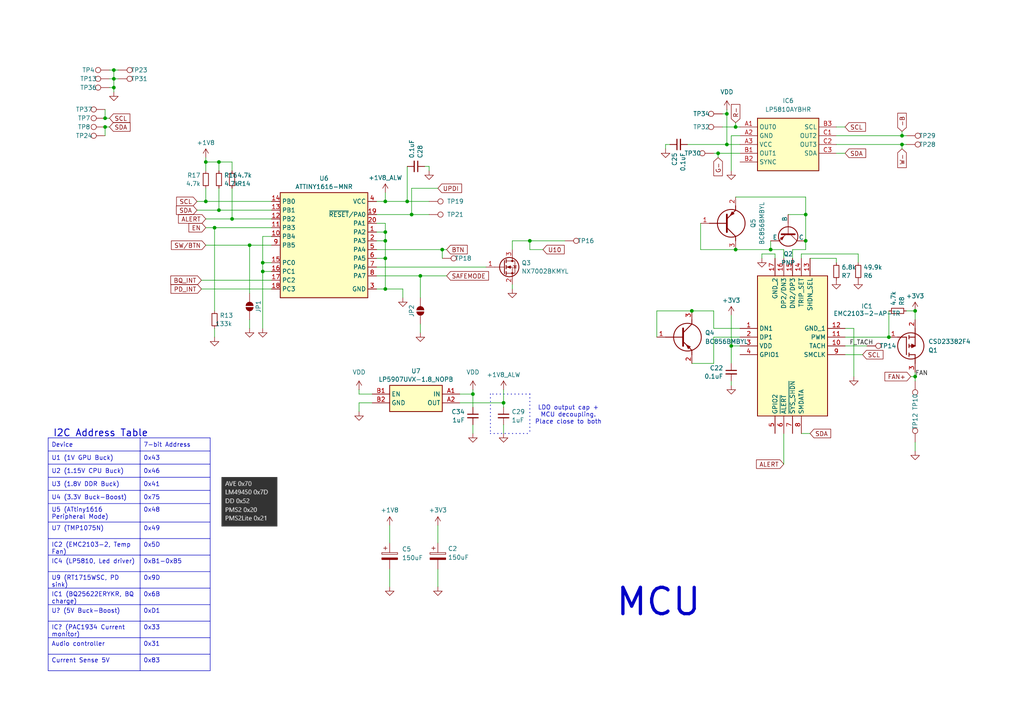
<source format=kicad_sch>
(kicad_sch (version 20250114) (generator "eeschema") (generator_version "9.0")
  (paper "A4")
  (lib_symbols
    (symbol "Connector:TestPoint" (pin_numbers (hide yes)) (pin_names (offset 0.762) (hide yes))
      (property "Reference" "TP" (at 0 6.858 0))
      (property "Value" "TestPoint" (at 0 5.08 0))
      (symbol "TestPoint_1_1"
        (pin passive line (at 0 0 90) (length 2.54) (name "1") (number "1"))
      )
    )
    (symbol "Device:C_Polarized" (pin_numbers (hide yes)) (pin_names (offset 0.254))
      (property "Reference" "C" (at 0.635 2.54 0))
      (property "Value" "C_Polarized" (at 0.635 -2.54 0))
      (symbol "C_Polarized_1_1"
        (pin passive line (at 0 3.81 270) (length 2.794) (name "~") (number "1"))
        (pin passive line (at 0 -3.81 90) (length 2.794) (name "~") (number "2"))
      )
    )
    (symbol "Device:C_Small" (pin_numbers (hide yes)) (pin_names (offset 0.254) (hide yes))
      (property "Reference" "C" (at 0.254 1.778 0))
      (property "Value" "C_Small" (at 0.254 -2.032 0))
      (symbol "C_Small_1_1"
        (pin passive line (at 0 2.54 270) (length 2.032) (name "~") (number "1"))
        (pin passive line (at 0 -2.54 90) (length 2.032) (name "~") (number "2"))
      )
    )
    (symbol "Device:R_Small" (pin_numbers (hide yes)) (pin_names (offset 0.254) (hide yes))
      (property "Reference" "R" (at 0.762 0.508 0))
      (property "Value" "R_Small" (at 0.762 -1.016 0))
      (symbol "R_Small_1_1"
        (pin passive line (at 0 2.54 270) (length 0.762) (name "~") (number "1"))
        (pin passive line (at 0 -2.54 90) (length 0.762) (name "~") (number "2"))
      )
    )
    (symbol "Jumper:SolderJumper_2_Open" (pin_numbers (hide yes)) (pin_names (offset 0) (hide yes)) (exclude_from_sim yes) (in_bom no)
      (property "Reference" "JP" (at 0 2.032 0))
      (property "Value" "SolderJumper_2_Open" (at 0 -2.54 0))
      (symbol "SolderJumper_2_Open_1_1"
        (pin passive line (at -3.81 0 0) (length 2.54) (name "A") (number "1"))
        (pin passive line (at 3.81 0 180) (length 2.54) (name "B") (number "2"))
      )
    )
    (symbol "MCU_Microchip_ATtiny:ATtiny1616-M"
      (property "Reference" "U2" (at -12.7 11.43 0))
      (property "Value" "ATtiny1616-M" (at -1.27 11.43 0))
      (symbol "ATtiny1616-M_1_1"
        (pin bidirectional line (at -15.24 7.62 0) (length 2.54) (name "PB0") (number "14"))
        (pin bidirectional line (at -15.24 5.08 0) (length 2.54) (name "PB1") (number "13"))
        (pin bidirectional line (at -15.24 2.54 0) (length 2.54) (name "PB2") (number "12"))
        (pin bidirectional line (at -15.24 0 0) (length 2.54) (name "PB3") (number "11"))
        (pin bidirectional line (at -15.24 -2.54 0) (length 2.54) (name "PB4") (number "10"))
        (pin bidirectional line (at -15.24 -5.08 0) (length 2.54) (name "PB5") (number "9"))
        (pin bidirectional line (at -15.24 -10.16 0) (length 2.54) (name "PC0") (number "15"))
        (pin bidirectional line (at -15.24 -12.7 0) (length 2.54) (name "PC1") (number "16"))
        (pin bidirectional line (at -15.24 -15.24 0) (length 2.54) (name "PC2") (number "17"))
        (pin bidirectional line (at -15.24 -17.78 0) (length 2.54) (name "PC3") (number "18"))
        (pin power_in line (at 15.24 7.62 180) (length 2.54) (name "VCC") (number "4"))
        (pin bidirectional line (at 15.24 3.81 180) (length 2.54) (name "~{RESET}/PA0") (number "19"))
        (pin bidirectional line (at 15.24 1.27 180) (length 2.54) (name "PA1") (number "20"))
        (pin bidirectional line (at 15.24 -1.27 180) (length 2.54) (name "PA2") (number "1"))
        (pin bidirectional line (at 15.24 -3.81 180) (length 2.54) (name "PA3") (number "2"))
        (pin bidirectional line (at 15.24 -6.35 180) (length 2.54) (name "PA4") (number "5"))
        (pin bidirectional line (at 15.24 -8.89 180) (length 2.54) (name "PA5") (number "6"))
        (pin bidirectional line (at 15.24 -11.43 180) (length 2.54) (name "PA6") (number "7"))
        (pin bidirectional line (at 15.24 -13.97 180) (length 2.54) (name "PA7") (number "8"))
        (pin passive line (at 15.24 -17.78 180) (length 2.54) (hide yes) (name "GND") (number "21"))
        (pin power_in line (at 15.24 -17.78 180) (length 2.54) (name "GND") (number "3"))
      )
    )
    (symbol "SamacSys_Parts:BC856BMBYL" (pin_names (hide yes))
      (property "Reference" "Q" (at 13.97 1.27 0))
      (property "Value" "BC856BMBYL" (at 13.97 -1.27 0))
      (symbol "BC856BMBYL_1_1"
        (pin passive line (at 0 0 0) (length 2.54) (name "B") (number "1"))
        (pin passive line (at 10.16 7.62 270) (length 2.54) (name "C") (number "3"))
        (pin passive line (at 10.16 -7.62 90) (length 2.54) (name "E") (number "2"))
      )
    )
    (symbol "SamacSys_Parts:CSD23382F4" (pin_names (hide yes))
      (property "Reference" "Q" (at 11.43 3.81 0))
      (property "Value" "CSD23382F4" (at 11.43 1.27 0))
      (symbol "CSD23382F4_1_1"
        (pin passive line (at 0 0 0) (length 2.54) (name "G") (number "1"))
        (pin passive line (at 7.62 10.16 270) (length 2.54) (name "D") (number "3"))
        (pin passive line (at 7.62 -5.08 90) (length 2.54) (name "S") (number "2"))
      )
    )
    (symbol "SamacSys_Parts:EMC2103-2-AP-TR"
      (property "Reference" "IC" (at 26.67 20.32 0))
      (property "Value" "EMC2103-2-AP-TR" (at 26.67 17.78 0))
      (symbol "EMC2103-2-AP-TR_1_1"
        (pin passive line (at 0 0 0) (length 5.08) (name "DN1") (number "1"))
        (pin passive line (at 0 -2.54 0) (length 5.08) (name "DP1") (number "2"))
        (pin passive line (at 0 -5.08 0) (length 5.08) (name "VDD") (number "3"))
        (pin passive line (at 0 -7.62 0) (length 5.08) (name "GPIO1") (number "4"))
        (pin passive line (at 10.16 20.32 270) (length 5.08) (name "GND_2") (number "17"))
        (pin passive line (at 10.16 -30.48 90) (length 5.08) (name "GPIO2") (number "5"))
        (pin passive line (at 12.7 20.32 270) (length 5.08) (name "DP2/DN3") (number "16"))
        (pin passive line (at 12.7 -30.48 90) (length 5.08) (name "~{ALERT}") (number "6"))
        (pin passive line (at 15.24 20.32 270) (length 5.08) (name "DN2/DP3") (number "15"))
        (pin passive line (at 15.24 -30.48 90) (length 5.08) (name "~{SYS_SHDN}") (number "7"))
        (pin passive line (at 17.78 20.32 270) (length 5.08) (name "TRIP_SET") (number "14"))
        (pin passive line (at 17.78 -30.48 90) (length 5.08) (name "SMDATA") (number "8"))
        (pin passive line (at 20.32 20.32 270) (length 5.08) (name "SHDN_SEL") (number "13"))
        (pin passive line (at 30.48 0 180) (length 5.08) (name "GND_1") (number "12"))
        (pin passive line (at 30.48 -2.54 180) (length 5.08) (name "PWM") (number "11"))
        (pin passive line (at 30.48 -5.08 180) (length 5.08) (name "TACH") (number "10"))
        (pin passive line (at 30.48 -7.62 180) (length 5.08) (name "SMCLK") (number "9"))
      )
    )
    (symbol "SamacSys_Parts:LP5810AYBHR"
      (property "Reference" "IC" (at 24.13 7.62 0))
      (property "Value" "LP5810AYBHR" (at 24.13 5.08 0))
      (symbol "LP5810AYBHR_1_1"
        (pin passive line (at 0 0 0) (length 5.08) (name "OUT0") (number "A1"))
        (pin passive line (at 0 -2.54 0) (length 5.08) (name "GND") (number "A2"))
        (pin passive line (at 0 -5.08 0) (length 5.08) (name "VCC") (number "A3"))
        (pin passive line (at 0 -7.62 0) (length 5.08) (name "OUT1") (number "B1"))
        (pin passive line (at 0 -10.16 0) (length 5.08) (name "SYNC") (number "B2"))
        (pin passive line (at 27.94 0 180) (length 5.08) (name "SCL") (number "B3"))
        (pin passive line (at 27.94 -2.54 180) (length 5.08) (name "OUT2") (number "C1"))
        (pin passive line (at 27.94 -5.08 180) (length 5.08) (name "OUT3") (number "C2"))
        (pin passive line (at 27.94 -7.62 180) (length 5.08) (name "SDA") (number "C3"))
      )
    )
    (symbol "SamacSys_Parts:LP5907UVX-1.8_NOPB"
      (property "Reference" "IC" (at 21.59 7.62 0))
      (property "Value" "LP5907UVX-1.8_NOPB" (at 21.59 5.08 0))
      (symbol "LP5907UVX-1.8_NOPB_1_1"
        (pin passive line (at 0 0 0) (length 5.08) (name "IN") (number "A1"))
        (pin passive line (at 0 -2.54 0) (length 5.08) (name "OUT") (number "A2"))
        (pin passive line (at 25.4 0 180) (length 5.08) (name "EN") (number "B1"))
        (pin passive line (at 25.4 -2.54 180) (length 5.08) (name "GND") (number "B2"))
      )
    )
    (symbol "Simulation_SPICE:PNP" (pin_numbers (hide yes)) (pin_names (offset 0))
      (property "Reference" "Q" (at -2.54 7.62 0))
      (property "Value" "PNP" (at -2.54 5.08 0))
      (symbol "PNP_1_1"
        (pin input line (at -5.08 0 0) (length 2.54) (name "B") (number "2"))
        (pin open_collector line (at 2.54 5.08 270) (length 2.54) (name "C") (number "1"))
        (pin open_emitter line (at 2.54 -5.08 90) (length 2.54) (name "E") (number "3"))
      )
    )
    (symbol "Transistor_FET:DMG2302U" (pin_names (hide yes))
      (property "Reference" "Q" (at 5.08 1.905 0))
      (property "Value" "DMG2302U" (at 5.08 0 0))
      (symbol "DMG2302U_1_1"
        (pin input line (at -5.08 0 0) (length 2.54) (name "G") (number "1"))
        (pin passive line (at 2.54 5.08 270) (length 2.54) (name "D") (number "3"))
        (pin passive line (at 2.54 -5.08 90) (length 2.54) (name "S") (number "2"))
      )
    )
    (symbol "power:+1V0" (power) (pin_names (offset 0))
      (property "Value" "+1V0" (at 0 3.556 0))
      (symbol "+1V0_1_1"
        (pin power_in line (at 0 0 90) (length 0) (hide yes) (name "+1V0") (number "1"))
      )
    )
    (symbol "power:+1V8" (power) (pin_names (offset 0))
      (property "Value" "+1V8" (at 0 3.556 0))
      (symbol "+1V8_1_1"
        (pin power_in line (at 0 0 90) (length 0) (hide yes) (name "+1V8") (number "1"))
      )
    )
    (symbol "power:+3V3" (power) (pin_names (offset 0))
      (property "Value" "+3V3" (at 0 3.556 0))
      (symbol "+3V3_1_1"
        (pin power_in line (at 0 0 90) (length 0) (hide yes) (name "+3V3") (number "1"))
      )
    )
    (symbol "power:GND" (power) (pin_names (offset 0))
      (property "Value" "GND" (at 0 -3.81 0))
      (symbol "GND_1_1"
        (pin power_in line (at 0 0 270) (length 0) (hide yes) (name "GND") (number "1"))
      )
    )
    (symbol "power:VDD" (power) (pin_numbers (hide yes)) (pin_names (offset 0) (hide yes))
      (property "Value" "VDD" (at 0 3.556 0))
      (symbol "VDD_1_1"
        (pin power_in line (at 0 0 90) (length 0) (name "~") (number "1"))
      )
    )
  )
  (text "I2C Address Table" (at 29.21 125.73 0) (effects (font (size 2 2) (thickness 0.254) (bold yes))))
  (text "MCU" (at 191.008 174.752 0) (effects (font (size 7.62 7.62) (thickness 0.9525))))
  (text "LDO output cap +\nMCU decoupling.\nPlace close to both" (at 164.846 120.396 0) (effects (font (size 1.27 1.27))))
  (junction (at 200.66 90.17))
  (junction (at 111.76 69.85))
  (junction (at 146.05 116.84))
  (junction (at 210.82 33.02))
  (junction (at 76.2 76.2))
  (junction (at 72.39 71.12))
  (junction (at 63.5 46.99))
  (junction (at 208.28 44.45))
  (junction (at 111.76 74.93))
  (junction (at 261.62 41.91))
  (junction (at 67.31 63.5))
  (junction (at 63.5 60.96))
  (junction (at 76.2 78.74))
  (junction (at 137.16 114.3))
  (junction (at 212.09 100.33))
  (junction (at 111.76 83.82))
  (junction (at 30.48 36.83))
  (junction (at 59.69 58.42))
  (junction (at 213.36 36.83))
  (junction (at 30.48 34.29))
  (junction (at 111.76 67.31))
  (junction (at 233.68 62.23))
  (junction (at 59.69 46.99))
  (junction (at 210.82 41.91))
  (junction (at 265.43 109.22))
  (junction (at 213.36 72.39))
  (junction (at 118.11 58.42))
  (junction (at 128.27 72.39))
  (junction (at 62.23 66.04))
  (junction (at 33.02 25.4))
  (junction (at 33.02 22.86))
  (junction (at 153.67 69.85))
  (junction (at 223.52 72.39))
  (junction (at 111.76 58.42))
  (junction (at 265.43 90.17))
  (junction (at 261.62 39.37))
  (junction (at 33.02 20.32))
  (junction (at 119.38 62.23))
  (junction (at 233.68 69.85))
  (junction (at 257.81 97.79))
  (junction (at 121.92 80.01))
  (wire (pts (xy 153.67 69.85) (xy 153.67 72.39)))
  (wire (pts (xy 63.5 46.99) (xy 63.5 49.53)))
  (wire (pts (xy 242.57 41.91) (xy 261.62 41.91)))
  (wire (pts (xy 242.57 74.93) (xy 242.57 76.2)))
  (wire (pts (xy 111.76 58.42) (xy 111.76 55.88)))
  (wire (pts (xy 30.48 31.75) (xy 30.48 34.29)))
  (wire (pts (xy 232.41 73.66) (xy 232.41 74.93)))
  (wire (pts (xy 229.87 72.39) (xy 229.87 74.93)))
  (wire (pts (xy 228.6 62.23) (xy 233.68 62.23)))
  (wire (pts (xy 121.92 80.01) (xy 129.54 80.01)))
  (wire (pts (xy 62.23 66.04) (xy 78.74 66.04)))
  (wire (pts (xy 113.03 165.1) (xy 113.03 170.18)))
  (wire (pts (xy 242.57 44.45) (xy 245.11 44.45)))
  (wire (pts (xy 127 54.61) (xy 119.38 54.61)))
  (wire (pts (xy 109.22 80.01) (xy 121.92 80.01)))
  (wire (pts (xy 59.69 63.5) (xy 67.31 63.5)))
  (wire (pts (xy 109.22 62.23) (xy 119.38 62.23)))
  (wire (pts (xy 129.54 72.39) (xy 128.27 72.39)))
  (wire (pts (xy 146.05 116.84) (xy 146.05 118.11)))
  (wire (pts (xy 62.23 95.25) (xy 62.23 97.79)))
  (wire (pts (xy 146.05 113.03) (xy 146.05 116.84)))
  (wire (pts (xy 214.63 41.91) (xy 210.82 41.91)))
  (wire (pts (xy 30.48 34.29) (xy 31.75 34.29)))
  (wire (pts (xy 57.15 58.42) (xy 59.69 58.42)))
  (wire (pts (xy 157.48 72.39) (xy 153.67 72.39)))
  (wire (pts (xy 58.42 83.82) (xy 78.74 83.82)))
  (wire (pts (xy 31.75 22.86) (xy 33.02 22.86)))
  (wire (pts (xy 76.2 76.2) (xy 76.2 78.74)))
  (wire (pts (xy 121.92 80.01) (xy 121.92 86.36)))
  (wire (pts (xy 248.92 73.66) (xy 232.41 73.66)))
  (wire (pts (xy 78.74 76.2) (xy 76.2 76.2)))
  (wire (pts (xy 59.69 46.99) (xy 63.5 46.99)))
  (wire (pts (xy 265.43 92.71) (xy 265.43 90.17)))
  (wire (pts (xy 265.43 110.49) (xy 265.43 109.22)))
  (wire (pts (xy 121.92 96.52) (xy 121.92 93.98)))
  (wire (pts (xy 107.95 114.3) (xy 104.14 114.3)))
  (wire (pts (xy 104.14 116.84) (xy 104.14 119.38)))
  (wire (pts (xy 72.39 85.09) (xy 72.39 71.12)))
  (wire (pts (xy 109.22 72.39) (xy 128.27 72.39)))
  (wire (pts (xy 220.98 73.66) (xy 220.98 74.93)))
  (wire (pts (xy 248.92 73.66) (xy 248.92 76.2)))
  (wire (pts (xy 153.67 69.85) (xy 163.83 69.85)))
  (wire (pts (xy 133.35 114.3) (xy 137.16 114.3)))
  (wire (pts (xy 148.59 72.39) (xy 148.59 69.85)))
  (wire (pts (xy 107.95 116.84) (xy 104.14 116.84)))
  (wire (pts (xy 67.31 49.53) (xy 67.31 46.99)))
  (wire (pts (xy 59.69 66.04) (xy 62.23 66.04)))
  (wire (pts (xy 227.33 72.39) (xy 223.52 72.39)))
  (wire (pts (xy 212.09 100.33) (xy 214.63 100.33)))
  (wire (pts (xy 233.68 57.15) (xy 233.68 62.23)))
  (wire (pts (xy 265.43 128.27) (xy 265.43 130.81)))
  (wire (pts (xy 63.5 54.61) (xy 63.5 60.96)))
  (wire (pts (xy 111.76 83.82) (xy 116.84 83.82)))
  (wire (pts (xy 63.5 46.99) (xy 67.31 46.99)))
  (wire (pts (xy 245.11 100.33) (xy 251.46 100.33)))
  (wire (pts (xy 109.22 77.47) (xy 140.97 77.47)))
  (wire (pts (xy 212.09 91.44) (xy 212.09 100.33)))
  (wire (pts (xy 119.38 62.23) (xy 124.46 62.23)))
  (wire (pts (xy 33.02 20.32) (xy 31.75 20.32)))
  (wire (pts (xy 207.01 105.41) (xy 200.66 105.41)))
  (wire (pts (xy 111.76 58.42) (xy 118.11 58.42)))
  (wire (pts (xy 207.01 95.25) (xy 207.01 90.17)))
  (wire (pts (xy 146.05 125.73) (xy 146.05 123.19)))
  (wire (pts (xy 227.33 72.39) (xy 227.33 74.93)))
  (wire (pts (xy 33.02 22.86) (xy 33.02 25.4)))
  (wire (pts (xy 76.2 78.74) (xy 76.2 95.25)))
  (wire (pts (xy 213.36 72.39) (xy 223.52 72.39)))
  (wire (pts (xy 124.46 49.53) (xy 124.46 48.26)))
  (wire (pts (xy 242.57 39.37) (xy 261.62 39.37)))
  (wire (pts (xy 208.28 44.45) (xy 214.63 44.45)))
  (wire (pts (xy 127 152.4) (xy 127 157.48)))
  (wire (pts (xy 127 165.1) (xy 127 170.18)))
  (wire (pts (xy 209.55 33.02) (xy 210.82 33.02)))
  (wire (pts (xy 214.63 97.79) (xy 207.01 97.79)))
  (wire (pts (xy 212.09 39.37) (xy 212.09 49.53)))
  (wire (pts (xy 133.35 116.84) (xy 146.05 116.84)))
  (wire (pts (xy 232.41 125.73) (xy 234.95 125.73)))
  (wire (pts (xy 31.75 25.4) (xy 33.02 25.4)))
  (wire (pts (xy 109.22 83.82) (xy 111.76 83.82)))
  (wire (pts (xy 242.57 36.83) (xy 245.11 36.83)))
  (wire (pts (xy 124.46 48.26) (xy 123.19 48.26)))
  (wire (pts (xy 148.59 69.85) (xy 153.67 69.85)))
  (wire (pts (xy 193.04 41.91) (xy 194.31 41.91)))
  (polyline (pts (xy 153.67 114.3) (xy 142.24 114.3)) (stroke (width 0.254) (type dot)))
  (wire (pts (xy 118.11 48.26) (xy 118.11 58.42)))
  (wire (pts (xy 59.69 54.61) (xy 59.69 58.42)))
  (wire (pts (xy 118.11 58.42) (xy 124.46 58.42)))
  (wire (pts (xy 33.02 20.32) (xy 34.29 20.32)))
  (wire (pts (xy 111.76 69.85) (xy 111.76 74.93)))
  (wire (pts (xy 207.01 97.79) (xy 207.01 105.41)))
  (wire (pts (xy 234.95 74.93) (xy 242.57 74.93)))
  (wire (pts (xy 57.15 60.96) (xy 63.5 60.96)))
  (wire (pts (xy 261.62 43.18) (xy 261.62 41.91)))
  (wire (pts (xy 261.62 39.37) (xy 262.89 39.37)))
  (wire (pts (xy 76.2 78.74) (xy 78.74 78.74)))
  (wire (pts (xy 72.39 92.71) (xy 72.39 95.25)))
  (polyline (pts (xy 142.24 125.73) (xy 153.67 125.73)) (stroke (width 0.254) (type dot)))
  (wire (pts (xy 224.79 73.66) (xy 220.98 73.66)))
  (wire (pts (xy 109.22 67.31) (xy 111.76 67.31)))
  (wire (pts (xy 247.65 95.25) (xy 247.65 109.22)))
  (wire (pts (xy 213.36 36.83) (xy 214.63 36.83)))
  (polyline (pts (xy 153.67 114.3) (xy 153.67 125.73)) (stroke (width 0.254) (type dot)))
  (wire (pts (xy 59.69 45.72) (xy 59.69 46.99)))
  (wire (pts (xy 261.62 38.1) (xy 261.62 39.37)))
  (wire (pts (xy 245.11 95.25) (xy 247.65 95.25)))
  (wire (pts (xy 30.48 36.83) (xy 31.75 36.83)))
  (wire (pts (xy 213.36 57.15) (xy 233.68 57.15)))
  (wire (pts (xy 212.09 110.49) (xy 212.09 111.76)))
  (wire (pts (xy 214.63 39.37) (xy 212.09 39.37)))
  (wire (pts (xy 223.52 72.39) (xy 223.52 69.85)))
  (wire (pts (xy 190.5 90.17) (xy 190.5 97.79)))
  (wire (pts (xy 203.2 72.39) (xy 213.36 72.39)))
  (wire (pts (xy 203.2 64.77) (xy 203.2 72.39)))
  (wire (pts (xy 210.82 41.91) (xy 210.82 33.02)))
  (wire (pts (xy 233.68 69.85) (xy 233.68 72.39)))
  (wire (pts (xy 212.09 100.33) (xy 212.09 105.41)))
  (wire (pts (xy 59.69 58.42) (xy 78.74 58.42)))
  (wire (pts (xy 109.22 69.85) (xy 111.76 69.85)))
  (wire (pts (xy 245.11 102.87) (xy 250.19 102.87)))
  (wire (pts (xy 210.82 33.02) (xy 210.82 31.75)))
  (wire (pts (xy 137.16 114.3) (xy 137.16 113.03)))
  (wire (pts (xy 208.28 45.72) (xy 208.28 44.45)))
  (wire (pts (xy 199.39 41.91) (xy 210.82 41.91)))
  (wire (pts (xy 213.36 35.56) (xy 213.36 36.83)))
  (wire (pts (xy 207.01 44.45) (xy 208.28 44.45)))
  (wire (pts (xy 209.55 36.83) (xy 213.36 36.83)))
  (wire (pts (xy 245.11 97.79) (xy 257.81 97.79)))
  (wire (pts (xy 224.79 74.93) (xy 224.79 73.66)))
  (wire (pts (xy 76.2 68.58) (xy 76.2 76.2)))
  (wire (pts (xy 33.02 25.4) (xy 33.02 26.67)))
  (wire (pts (xy 109.22 58.42) (xy 111.76 58.42)))
  (wire (pts (xy 62.23 66.04) (xy 62.23 90.17)))
  (wire (pts (xy 227.33 125.73) (xy 227.33 134.62)))
  (wire (pts (xy 261.62 41.91) (xy 262.89 41.91)))
  (wire (pts (xy 148.59 82.55) (xy 148.59 83.82)))
  (wire (pts (xy 67.31 63.5) (xy 78.74 63.5)))
  (wire (pts (xy 116.84 83.82) (xy 116.84 86.36)))
  (polyline (pts (xy 142.24 114.3) (xy 142.24 125.73)) (stroke (width 0.254) (type dot)))
  (wire (pts (xy 128.27 74.93) (xy 128.27 72.39)))
  (wire (pts (xy 33.02 20.32) (xy 33.02 22.86)))
  (wire (pts (xy 59.69 71.12) (xy 72.39 71.12)))
  (wire (pts (xy 58.42 81.28) (xy 78.74 81.28)))
  (wire (pts (xy 137.16 125.73) (xy 137.16 123.19)))
  (wire (pts (xy 233.68 62.23) (xy 233.68 69.85)))
  (wire (pts (xy 67.31 54.61) (xy 67.31 63.5)))
  (wire (pts (xy 111.76 64.77) (xy 111.76 67.31)))
  (wire (pts (xy 193.04 43.18) (xy 193.04 41.91)))
  (wire (pts (xy 111.76 67.31) (xy 111.76 69.85)))
  (wire (pts (xy 59.69 49.53) (xy 59.69 46.99)))
  (wire (pts (xy 109.22 74.93) (xy 111.76 74.93)))
  (wire (pts (xy 257.81 90.17) (xy 257.81 97.79)))
  (wire (pts (xy 200.66 90.17) (xy 207.01 90.17)))
  (wire (pts (xy 214.63 95.25) (xy 207.01 95.25)))
  (wire (pts (xy 264.16 109.22) (xy 265.43 109.22)))
  (wire (pts (xy 190.5 90.17) (xy 200.66 90.17)))
  (wire (pts (xy 104.14 114.3) (xy 104.14 113.03)))
  (wire (pts (xy 119.38 54.61) (xy 119.38 62.23)))
  (wire (pts (xy 265.43 90.17) (xy 262.89 90.17)))
  (wire (pts (xy 63.5 60.96) (xy 78.74 60.96)))
  (wire (pts (xy 30.48 36.83) (xy 30.48 39.37)))
  (wire (pts (xy 111.76 74.93) (xy 111.76 83.82)))
  (wire (pts (xy 233.68 72.39) (xy 229.87 72.39)))
  (wire (pts (xy 33.02 22.86) (xy 34.29 22.86)))
  (wire (pts (xy 265.43 109.22) (xy 265.43 107.95)))
  (wire (pts (xy 137.16 114.3) (xy 137.16 118.11)))
  (wire (pts (xy 109.22 64.77) (xy 111.76 64.77)))
  (wire (pts (xy 78.74 68.58) (xy 76.2 68.58)))
  (wire (pts (xy 72.39 71.12) (xy 78.74 71.12)))
  (wire (pts (xy 113.03 152.4) (xy 113.03 157.48)))
  (image (at 72.3367 145.5277) (scale 0.5))
  (table (column_count 2) (border (external yes) (header yes)) (separators (rows yes) (cols yes)) (column_widths 26.67 20.32) (row_heights 3.81 3.81 3.81 3.81 3.81 5.3691 4.7909 4.7909 4.7909 4.7909 4.7909 4.7909 4.7909 4.7909 4.7909) (cells (table_cell "Device" (at 13.97 127 0) (size 26.67 3.81) (margins 0.9525 0.9525 0.9525 0.9525) (span 1 1)) (table_cell "7-bit Address" (at 40.64 127 0) (size 20.32 3.81) (margins 0.9525 0.9525 0.9525 0.9525) (span 1 1)) (table_cell "U1 (1V GPU Buck)" (at 13.97 130.81 0) (size 26.67 3.81) (margins 0.9525 0.9525 0.9525 0.9525) (span 1 1)) (table_cell "0x43" (at 40.64 130.81 0) (size 20.32 3.81) (margins 0.9525 0.9525 0.9525 0.9525) (span 1 1)) (table_cell "U2 (1.15V CPU Buck)" (at 13.97 134.62 0) (size 26.67 3.81) (margins 0.9525 0.9525 0.9525 0.9525) (span 1 1)) (table_cell "0x46" (at 40.64 134.62 0) (size 20.32 3.81) (margins 0.9525 0.9525 0.9525 0.9525) (span 1 1)) (table_cell "U3 (1.8V DDR Buck)" (at 13.97 138.43 0) (size 26.67 3.81) (margins 0.9525 0.9525 0.9525 0.9525) (span 1 1)) (table_cell "0x41" (at 40.64 138.43 0) (size 20.32 3.81) (margins 0.9525 0.9525 0.9525 0.9525) (span 1 1)) (table_cell "U4 (3.3V Buck-Boost)" (at 13.97 142.24 0) (size 26.67 3.81) (margins 0.9525 0.9525 0.9525 0.9525) (span 1 1)) (table_cell "0x75" (at 40.64 142.24 0) (size 20.32 3.81) (margins 0.9525 0.9525 0.9525 0.9525) (span 1 1)) (table_cell "U5 (ATtiny1616 Peripheral Mode)" (at 13.97 146.05 0) (size 26.67 5.3691) (margins 0.9525 0.9525 0.9525 0.9525) (span 1 1)) (table_cell "0x48" (at 40.64 146.05 0) (size 20.32 5.3691) (margins 0.9525 0.9525 0.9525 0.9525) (span 1 1)) (table_cell "U7 (TMP1075N)" (at 13.97 151.4191 0) (size 26.67 4.7909) (margins 0.9525 0.9525 0.9525 0.9525) (span 1 1)) (table_cell "0x49" (at 40.64 151.4191 0) (size 20.32 4.7909) (margins 0.9525 0.9525 0.9525 0.9525) (span 1 1)) (table_cell "IC2 (EMC2103-2, Temp Fan)" (at 13.97 156.21 0) (size 26.67 4.7909) (margins 0.9525 0.9525 0.9525 0.9525) (span 1 1)) (table_cell "0x5D" (at 40.64 156.21 0) (size 20.32 4.7909) (margins 0.9525 0.9525 0.9525 0.9525) (span 1 1)) (table_cell "IC4 (LP5810, Led driver)" (at 13.97 161.0009 0) (size 26.67 4.7909) (margins 0.9525 0.9525 0.9525 0.9525) (span 1 1)) (table_cell "0xB1-0xB5" (at 40.64 161.0009 0) (size 20.32 4.7909) (margins 0.9525 0.9525 0.9525 0.9525) (span 1 1)) (table_cell "U9 (RT1715WSC, PD sink)" (at 13.97 165.7918 0) (size 26.67 4.7909) (margins 0.9525 0.9525 0.9525 0.9525) (span 1 1)) (table_cell "0x9D" (at 40.64 165.7918 0) (size 20.32 4.7909) (margins 0.9525 0.9525 0.9525 0.9525) (span 1 1)) (table_cell "IC1 (BQ25622ERYKR, BQ charge)" (at 13.97 170.5827 0) (size 26.67 4.7909) (margins 0.9525 0.9525 0.9525 0.9525) (span 1 1)) (table_cell "0x6B" (at 40.64 170.5827 0) (size 20.32 4.7909) (margins 0.9525 0.9525 0.9525 0.9525) (span 1 1)) (table_cell "U? (5V Buck-Boost)" (at 13.97 175.3736 0) (size 26.67 4.7909) (margins 0.9525 0.9525 0.9525 0.9525) (span 1 1)) (table_cell "0xD1" (at 40.64 175.3736 0) (size 20.32 4.7909) (margins 0.9525 0.9525 0.9525 0.9525) (span 1 1)) (table_cell "IC? (PAC1934 Current monitor)" (at 13.97 180.1645 0) (size 26.67 4.7909) (margins 0.9525 0.9525 0.9525 0.9525) (span 1 1)) (table_cell "0x33" (at 40.64 180.1645 0) (size 20.32 4.7909) (margins 0.9525 0.9525 0.9525 0.9525) (span 1 1)) (table_cell "Audio controller" (at 13.97 184.9554 0) (size 26.67 4.7909) (margins 0.9525 0.9525 0.9525 0.9525) (span 1 1)) (table_cell "0x31" (at 40.64 184.9554 0) (size 20.32 4.7909) (margins 0.9525 0.9525 0.9525 0.9525) (span 1 1)) (table_cell "Current Sense 5V" (at 13.97 189.7463 0) (size 26.67 4.7909) (margins 0.9525 0.9525 0.9525 0.9525) (span 1 1)) (table_cell "0x83" (at 40.64 189.7463 0) (size 20.32 4.7909) (margins 0.9525 0.9525 0.9525 0.9525) (span 1 1))))
  (label "F_TACH" (at 246.38 100.33 0))
  (label "FAN" (at 265.43 109.22 0))
  (global_label "PD_INT" (shape input) (at 58.42 83.82 180) (property "Intersheetrefs" "${INTERSHEET_REFS}" (effects (hide yes))))
  (global_label "W-" (shape input) (at 261.62 43.18 270) (property "Intersheetrefs" "${INTERSHEET_REFS}" (effects (hide yes))))
  (global_label "U10" (shape input) (at 157.48 72.39 0) (property "Intersheetrefs" "${INTERSHEET_REFS}" (effects (hide yes))))
  (global_label "FAN+" (shape input) (at 264.16 109.22 180) (property "Intersheetrefs" "${INTERSHEET_REFS}" (effects (hide yes))))
  (global_label "-B" (shape input) (at 261.62 38.1 90) (property "Intersheetrefs" "${INTERSHEET_REFS}" (effects (hide yes))))
  (global_label "R-" (shape input) (at 213.36 35.56 90) (property "Intersheetrefs" "${INTERSHEET_REFS}" (effects (hide yes))))
  (global_label "SDA" (shape input) (at 57.15 60.96 180) (property "Intersheetrefs" "${INTERSHEET_REFS}" (effects (hide yes))))
  (global_label "G-" (shape input) (at 208.28 45.72 270) (property "Intersheetrefs" "${INTERSHEET_REFS}" (effects (hide yes))))
  (global_label "EN" (shape input) (at 59.69 66.04 180) (property "Intersheetrefs" "${INTERSHEET_REFS}" (effects (hide yes))))
  (global_label "BTN" (shape input) (at 129.54 72.39 0) (property "Intersheetrefs" "${INTERSHEET_REFS}" (effects (hide yes))))
  (global_label "SCL" (shape input) (at 31.75 34.29 0) (property "Intersheetrefs" "${INTERSHEET_REFS}" (effects (hide yes))))
  (global_label "SW{slash}BTN" (shape input) (at 59.69 71.12 180) (property "Intersheetrefs" "${INTERSHEET_REFS}" (effects (hide yes))))
  (global_label "UPDI" (shape input) (at 127 54.61 0) (property "Intersheetrefs" "${INTERSHEET_REFS}" (effects (hide yes))))
  (global_label "SCL" (shape input) (at 245.11 36.83 0) (property "Intersheetrefs" "${INTERSHEET_REFS}" (effects (hide yes))))
  (global_label "SCL" (shape input) (at 57.15 58.42 180) (property "Intersheetrefs" "${INTERSHEET_REFS}" (effects (hide yes))))
  (global_label "BQ_INT" (shape input) (at 58.42 81.28 180) (property "Intersheetrefs" "${INTERSHEET_REFS}" (effects (hide yes))))
  (global_label "SDA" (shape input) (at 245.11 44.45 0) (property "Intersheetrefs" "${INTERSHEET_REFS}" (effects (hide yes))))
  (global_label "SAFEMODE" (shape input) (at 129.54 80.01 0) (property "Intersheetrefs" "${INTERSHEET_REFS}" (effects (hide yes))))
  (global_label "SDA" (shape input) (at 234.95 125.73 0) (property "Intersheetrefs" "${INTERSHEET_REFS}" (effects (hide yes))))
  (global_label "ALERT" (shape input) (at 227.33 134.62 180) (property "Intersheetrefs" "${INTERSHEET_REFS}" (effects (hide yes))))
  (global_label "SDA" (shape input) (at 31.75 36.83 0) (property "Intersheetrefs" "${INTERSHEET_REFS}" (effects (hide yes))))
  (global_label "ALERT" (shape input) (at 59.69 63.5 180) (property "Intersheetrefs" "${INTERSHEET_REFS}" (effects (hide yes))))
  (global_label "SCL" (shape input) (at 250.19 102.87 0) (property "Intersheetrefs" "${INTERSHEET_REFS}" (effects (hide yes))))
  (symbol (lib_id "Connector:TestPoint") (at 30.48 34.29 90) (unit 1)
    (property "Reference" "TP7" (at 24.384 34.29 90))
    (property "Value" "SCL" (effects (hide yes)))
    (property "Footprint" "TestPoint:TestPoint_Pad_D1.0mm" (effects (hide yes)))
  )
  (symbol (lib_id "power:+3V3") (at 127 152.4 0) (unit 1)
    (property "Reference" "#PWR0102" (effects (hide yes)))
    (property "Value" "+3V3" (at 127 147.955 0))
  )
  (symbol (lib_id "Transistor_FET:DMG2302U") (at 146.05 77.47 0) (unit 1)
    (property "Reference" "Q3" (at 151.2569 76.2578 0) (effects (justify left)))
    (property "Value" "NX7002BKMYL" (at 151.2569 78.6821 0) (effects (justify left)))
    (property "Footprint" "Package_DFN_QFN:Diodes_DFN1006-3" (effects (hide yes)))
    (property "Description" "NX7002BKMYL" (effects (hide yes)))
  )
  (symbol (lib_id "Connector:TestPoint") (at 31.75 20.32 90) (unit 1)
    (property "Reference" "TP4" (at 25.654 20.32 90))
    (property "Value" "GND" (effects (hide yes)))
    (property "Footprint" "RoseDaggerDev:TestPoint_Pad_3x1.0mm" (effects (hide yes)))
  )
  (symbol (lib_id "Device:C_Small") (at 196.85 41.91 90) (mirror x) (unit 1)
    (property "Reference" "C25" (at 195.6441 44.2341 0) (effects (justify left)))
    (property "Value" "0.1uF" (at 198.0684 44.2341 0) (effects (justify left)))
    (property "Footprint" "Capacitor_SMD:C_0402_1005Metric" (effects (hide yes)))
    (property "Description" "Unpolarized capacitor, small symbol" (effects (hide yes)))
  )
  (symbol (lib_id "power:GND") (at 193.04 43.18 0) (unit 1)
    (property "Reference" "#PWR076" (effects (hide yes)))
    (property "Value" "GND" (effects (hide yes)))
  )
  (symbol (lib_id "MCU_Microchip_ATtiny:ATtiny1616-M") (at 93.98 66.04 0) (unit 1)
    (property "Reference" "U6" (at 93.98 51.7355 0))
    (property "Value" "ATTINY1616-MNR" (at 93.98 54.1598 0))
    (property "Footprint" "Package_DFN_QFN:VQFN-20-1EP_3x3mm_P0.4mm_EP1.7x1.7mm" (effects (hide yes)))
    (property "Datasheet" "http://ww1.microchip.com/downloads/en/DeviceDoc/ATtiny3216_ATtiny1616-data-sheet-40001997B.pdf" (effects (hide yes)))
    (property "Description" "20MHz, 16kB Flash, 2kB SRAM, 256B EEPROM, VQFN-20" (effects (hide yes)))
  )
  (symbol (lib_id "Connector:TestPoint") (at 163.83 69.85 270) (mirror x) (unit 1)
    (property "Reference" "TP16" (at 169.926 69.85 90))
    (property "Value" "U10" (effects (hide yes)))
    (property "Footprint" "TestPoint:TestPoint_Pad_D1.0mm" (effects (hide yes)))
  )
  (symbol (lib_id "power:GND") (at 146.05 125.73 0) (mirror y) (unit 1)
    (property "Reference" "#PWR099" (effects (hide yes)))
    (property "Value" "GND" (effects (hide yes)))
  )
  (symbol (lib_id "SamacSys_Parts:LP5907UVX-1.8_NOPB") (at 133.35 114.3 0) (mirror y) (unit 1)
    (property "Reference" "U7" (at 120.65 107.6155 0))
    (property "Value" "LP5907UVX-1.8_NOPB" (at 120.65 110.0398 0))
    (property "Footprint" "SamacSys_Parts:BGA4C35P2X2_64X64X44" (effects (hide yes)))
    (property "Datasheet" "http://www.ti.com/lit/gpn/lp5907" (effects (hide yes)))
    (property "Description" "250-mA ultra-low-noise low-IQ low-dropout (LDO) linear regulator" (effects (hide yes)))
    (property "Height" "0.445" (effects (hide yes)))
    (property "Mouser Part Number" "926-LP5907UVX1.8NOPB" (effects (hide yes)))
    (property "Mouser Price/Stock" "https://www.mouser.co.uk/ProductDetail/Texas-Instruments/LP5907UVX-18-NOPB?qs=vobMBmnAsJHTbQ1C9505Xg%3D%3D" (effects (hide yes)))
    (property "Manufacturer_Name" "Texas Instruments" (effects (hide yes)))
    (property "Manufacturer_Part_Number" "LP5907UVX-1.8/NOPB" (effects (hide yes)))
  )
  (symbol (lib_id "power:GND") (at 265.43 130.81 0) (unit 1)
    (property "Reference" "#PWR0100" (effects (hide yes)))
    (property "Value" "GND" (effects (hide yes)))
  )
  (symbol (lib_id "power:+1V0") (at 146.05 113.03 0) (mirror y) (unit 1)
    (property "Reference" "#PWR096" (effects (hide yes)))
    (property "Value" "+1V8_ALW" (at 146.05 108.712 0))
  )
  (symbol (lib_id "power:GND") (at 33.02 26.67 0) (unit 1)
    (property "Reference" "#PWR074" (effects (hide yes)))
    (property "Value" "GND" (effects (hide yes)))
  )
  (symbol (lib_id "Jumper:SolderJumper_2_Open") (at 121.92 90.17 90) (unit 1) (exclude_from_sim yes) (in_bom no)
    (property "Reference" "JP2" (at 119.38 90.17 0))
    (property "Value" "SolderJumper_2_Open" (effects (hide yes)))
    (property "Footprint" "Jumper:SolderJumper-2_P1.3mm_Open_RoundedPad1.0x1.5mm" (effects (hide yes)))
    (property "Description" "Solder Jumper, 2-pole, open" (effects (hide yes)))
  )
  (symbol (lib_id "power:GND") (at 104.14 119.38 0) (mirror y) (unit 1)
    (property "Reference" "#PWR097" (effects (hide yes)))
    (property "Value" "GND" (effects (hide yes)))
  )
  (symbol (lib_id "SamacSys_Parts:LP5810AYBHR") (at 214.63 36.83 0) (unit 1)
    (property "Reference" "IC6" (at 228.6 29.21 0))
    (property "Value" "LP5810AYBHR" (at 228.6 31.75 0))
    (property "Footprint" "SamacSys_Parts:BGA9C40P3X3_143X134X40" (effects (hide yes)))
    (property "Datasheet" "https://www.digikey.ph/en/products/detail/texas-instruments/LP5810AYBHR/22147165?msockid=39f1ec84d77b6f4428b7f904d6676eed" (effects (hide yes)))
    (property "Description" "Operating voltage range:  VCC range: 2.7V to 5.5V  Logic pins compatible with 1.8V, 3.3V, and 5V  4 constant current sinks with high precision:  0.1mA to 51mA per current sink  Device-to-device error: max +/-5%  Channel-to-channel error: max +/-5%  Ultra-low headroom voltage: 110mV (typ.) at 25.5mA; 210mV (typ.) at 51mA  PWM phase shift configurable for each LED  Ultra-low power consumption:  Standby: ISTB = 26uA (typical) when CHIP_EN = 0 (data retained)  Active: INOR = 0.4mA (typical" (effects (hide yes)))
    (property "Height" "0.4" (effects (hide yes)))
    (property "Mouser Part Number" "595-LP5810AYBHR" (effects (hide yes)))
    (property "Mouser Price/Stock" "https://www.mouser.co.uk/ProductDetail/Texas-Instruments/LP5810AYBHR?qs=Z%252BL2brAPG1IT2jOLeBjb3w%3D%3D" (effects (hide yes)))
    (property "Manufacturer_Name" "Texas Instruments" (effects (hide yes)))
    (property "Manufacturer_Part_Number" "LP5810AYBHR" (effects (hide yes)))
  )
  (symbol (lib_id "SamacSys_Parts:CSD23382F4") (at 257.81 97.79 0) (mirror x) (unit 1)
    (property "Reference" "Q1" (at 269.24 101.6001 0) (effects (justify left)))
    (property "Value" "CSD23382F4" (at 269.24 99.0601 0) (effects (justify left)))
    (property "Footprint" "SamacSys_Parts:YJC" (effects (hide yes)))
    (property "Datasheet" "http://www.ti.com/lit/gpn/csd23382f4" (effects (hide yes)))
    (property "Description" "-12V, P ch NexFET MOSFET, single LGA 0.6x1.0, 76mOhm" (effects (hide yes)))
    (property "Mouser Part Number" "595-CSD23382F4" (effects (hide yes)))
    (property "Mouser Price/Stock" "https://www.mouser.co.uk/ProductDetail/Texas-Instruments/CSD23382F4?qs=7z%252BmIopC6%2FJCYBJJoFaXHg%3D%3D" (effects (hide yes)))
    (property "Manufacturer_Name" "Texas Instruments" (effects (hide yes)))
    (property "Manufacturer_Part_Number" "CSD23382F4" (effects (hide yes)))
  )
  (symbol (lib_id "power:+3V3") (at 265.43 90.17 0) (mirror y) (unit 1)
    (property "Reference" "#PWR086" (effects (hide yes)))
    (property "Value" "+3V3" (at 265.43 85.852 0))
  )
  (symbol (lib_id "Connector:TestPoint") (at 207.01 44.45 90) (unit 1)
    (property "Reference" "TP30" (at 200.914 44.45 90))
    (property "Value" "LED -G" (effects (hide yes)))
    (property "Footprint" "TestPoint:TestPoint_Pad_D1.0mm" (effects (hide yes)))
  )
  (symbol (lib_id "Device:R_Small") (at 63.5 52.07 0) (unit 1)
    (property "Reference" "R16" (at 64.9986 50.8578 0) (effects (justify left)))
    (property "Value" "4.7k" (at 64.9986 53.2821 0) (effects (justify left)))
    (property "Footprint" "Resistor_SMD:R_0402_1005Metric" (effects (hide yes)))
    (property "Description" "Resistor, small symbol" (effects (hide yes)))
  )
  (symbol (lib_id "Device:R_Small") (at 62.23 92.71 180) (unit 1)
    (property "Reference" "R13" (at 63.7286 91.4978 0) (effects (justify right)))
    (property "Value" "133k" (at 62.4586 93.9221 0) (effects (justify right)))
    (property "Footprint" "Resistor_SMD:R_0402_1005Metric" (effects (hide yes)))
    (property "Description" "Resistor, small symbol" (effects (hide yes)))
  )
  (symbol (lib_id "power:+3V3") (at 212.09 91.44 0) (mirror y) (unit 1)
    (property "Reference" "#PWR087" (effects (hide yes)))
    (property "Value" "+3V3" (at 212.09 87.122 0))
  )
  (symbol (lib_id "Device:C_Polarized") (at 113.03 161.29 0) (unit 1)
    (property "Reference" "C5" (at 116.586 159.258 0) (effects (justify left)))
    (property "Value" "150uF" (at 116.586 161.798 0) (effects (justify left)))
    (property "Footprint" "Capacitor_Tantalum_SMD:CP_EIA-3528-15_AVX-H" (effects (hide yes)))
    (property "Description" "6TPS150MUD" (effects (hide yes)))
  )
  (symbol (lib_id "Device:R_Small") (at 59.69 52.07 0) (mirror y) (unit 1)
    (property "Reference" "R17" (at 58.1914 50.8578 0) (effects (justify left)))
    (property "Value" "4.7k" (at 58.1914 53.2821 0) (effects (justify left)))
    (property "Footprint" "Resistor_SMD:R_0402_1005Metric" (effects (hide yes)))
    (property "Description" "Resistor, small symbol" (effects (hide yes)))
  )
  (symbol (lib_id "power:VDD") (at 137.16 113.03 0) (unit 1)
    (property "Reference" "#PWR095" (effects (hide yes)))
    (property "Value" "VDD" (at 137.16 107.95 0))
    (property "Description" "Power symbol creates a global label with name \"VDD\"" (effects (hide yes)))
  )
  (symbol (lib_id "Device:R_Small") (at 260.35 90.17 90) (mirror x) (unit 1)
    (property "Reference" "R8" (at 261.5622 88.6714 0) (effects (justify right)))
    (property "Value" "4.7k" (at 259.1379 88.6714 0) (effects (justify right)))
    (property "Footprint" "Resistor_SMD:R_0402_1005Metric" (effects (hide yes)))
    (property "Description" "Resistor, small symbol" (effects (hide yes)))
  )
  (symbol (lib_id "Connector:TestPoint") (at 262.89 39.37 270) (unit 1)
    (property "Reference" "TP29" (at 268.986 39.37 90))
    (property "Value" "LED -B" (effects (hide yes)))
    (property "Footprint" "TestPoint:TestPoint_Pad_D1.0mm" (effects (hide yes)))
  )
  (symbol (lib_id "power:VDD") (at 104.14 113.03 0) (unit 1)
    (property "Reference" "#PWR094" (effects (hide yes)))
    (property "Value" "VDD" (at 104.14 107.95 0))
    (property "Description" "Power symbol creates a global label with name \"VDD\"" (effects (hide yes)))
  )
  (symbol (lib_id "Jumper:SolderJumper_2_Open") (at 72.39 88.9 270) (mirror x) (unit 1) (exclude_from_sim yes) (in_bom no)
    (property "Reference" "JP1" (at 74.93 88.9 0))
    (property "Value" "SolderJumper_2_Open" (effects (hide yes)))
    (property "Footprint" "Jumper:SolderJumper-2_P1.3mm_Open_RoundedPad1.0x1.5mm" (effects (hide yes)))
    (property "Description" "Solder Jumper, 2-pole, open" (effects (hide yes)))
  )
  (symbol (lib_id "power:GND") (at 242.57 81.28 0) (unit 1)
    (property "Reference" "#PWR082" (effects (hide yes)))
    (property "Value" "GND" (effects (hide yes)))
  )
  (symbol (lib_id "Connector:TestPoint") (at 128.27 74.93 270) (mirror x) (unit 1)
    (property "Reference" "TP18" (at 134.366 74.93 90))
    (property "Value" "BTN" (effects (hide yes)))
    (property "Footprint" "TestPoint:TestPoint_Pad_D1.0mm" (effects (hide yes)))
  )
  (symbol (lib_id "power:GND") (at 148.59 83.82 0) (mirror y) (unit 1)
    (property "Reference" "#PWR084" (effects (hide yes)))
    (property "Value" "GND" (effects (hide yes)))
  )
  (symbol (lib_id "Connector:TestPoint") (at 209.55 36.83 90) (unit 1)
    (property "Reference" "TP32" (at 203.454 36.83 90))
    (property "Value" "LED -R" (effects (hide yes)))
    (property "Footprint" "TestPoint:TestPoint_Pad_D1.0mm" (effects (hide yes)))
  )
  (symbol (lib_id "power:GND") (at 62.23 97.79 0) (unit 1)
    (property "Reference" "#PWR091" (effects (hide yes)))
    (property "Value" "GND" (effects (hide yes)))
  )
  (symbol (lib_id "Connector:TestPoint") (at 30.48 39.37 90) (unit 1)
    (property "Reference" "TP24" (at 24.384 39.37 90))
    (property "Value" "SDA" (effects (hide yes)))
    (property "Footprint" "TestPoint:TestPoint_Pad_D1.0mm" (effects (hide yes)))
  )
  (symbol (lib_id "Connector:TestPoint") (at 209.55 33.02 90) (unit 1)
    (property "Reference" "TP34" (at 203.454 33.02 90))
    (property "Value" "LED +" (effects (hide yes)))
    (property "Footprint" "TestPoint:TestPoint_Pad_D1.0mm" (effects (hide yes)))
  )
  (symbol (lib_id "power:GND") (at 113.03 170.18 0) (unit 1)
    (property "Reference" "#PWR0103" (effects (hide yes)))
    (property "Value" "GND" (effects (hide yes)))
  )
  (symbol (lib_id "Connector:TestPoint") (at 124.46 58.42 270) (unit 1)
    (property "Reference" "TP19" (at 132.08 58.42 90))
    (property "Value" "VBAT" (effects (hide yes)))
    (property "Footprint" "TestPoint:TestPoint_Pad_D1.0mm" (effects (hide yes)))
  )
  (symbol (lib_id "Connector:TestPoint") (at 34.29 20.32 270) (mirror x) (unit 1)
    (property "Reference" "TP23" (at 40.386 20.32 90))
    (property "Value" "U10" (effects (hide yes)))
    (property "Footprint" "TestPoint:TestPoint_Pad_D1.0mm" (effects (hide yes)))
  )
  (symbol (lib_id "Device:C_Small") (at 137.16 120.65 0) (mirror y) (unit 1)
    (property "Reference" "C34" (at 134.8359 119.4441 0) (effects (justify left)))
    (property "Value" "1uF" (at 134.8359 121.8684 0) (effects (justify left)))
    (property "Footprint" "Capacitor_SMD:C_0402_1005Metric" (effects (hide yes)))
    (property "Description" "Unpolarized capacitor, small symbol" (effects (hide yes)))
  )
  (symbol (lib_id "power:GND") (at 247.65 109.22 0) (unit 1)
    (property "Reference" "#PWR092" (effects (hide yes)))
    (property "Value" "GND" (effects (hide yes)))
  )
  (symbol (lib_id "Connector:TestPoint") (at 265.43 128.27 0) (unit 1)
    (property "Reference" "TP12" (at 265.43 122.174 90))
    (property "Value" "FAN-" (effects (hide yes)))
    (property "Footprint" "TestPoint:TestPoint_Pad_D1.0mm" (effects (hide yes)))
  )
  (symbol (lib_id "power:GND") (at 220.98 74.93 0) (unit 1)
    (property "Reference" "#PWR081" (effects (hide yes)))
    (property "Value" "GND" (effects (hide yes)))
  )
  (symbol (lib_id "power:GND") (at 127 170.18 0) (unit 1)
    (property "Reference" "#PWR0104" (effects (hide yes)))
    (property "Value" "GND" (effects (hide yes)))
  )
  (symbol (lib_id "Connector:TestPoint") (at 31.75 22.86 90) (unit 1)
    (property "Reference" "TP13" (at 25.654 22.86 90))
    (property "Value" "GND" (effects (hide yes)))
    (property "Footprint" "RoseDaggerDev:TestPoint_Pad_3x1.0mm" (effects (hide yes)))
  )
  (symbol (lib_id "Connector:TestPoint") (at 262.89 41.91 270) (unit 1)
    (property "Reference" "TP28" (at 268.986 41.91 90))
    (property "Value" "LED -W" (effects (hide yes)))
    (property "Footprint" "TestPoint:TestPoint_Pad_D1.0mm" (effects (hide yes)))
  )
  (symbol (lib_id "Device:R_Small") (at 248.92 78.74 0) (mirror y) (unit 1)
    (property "Reference" "R6" (at 250.4186 79.9522 0) (effects (justify right)))
    (property "Value" "49.9k" (at 250.4186 77.5279 0) (effects (justify right)))
    (property "Footprint" "Resistor_SMD:R_0402_1005Metric" (effects (hide yes)))
    (property "Description" "Resistor, small symbol" (effects (hide yes)))
  )
  (symbol (lib_id "power:GND") (at 248.92 81.28 0) (unit 1)
    (property "Reference" "#PWR083" (effects (hide yes)))
    (property "Value" "GND" (effects (hide yes)))
  )
  (symbol (lib_id "power:GND") (at 212.09 49.53 0) (unit 1)
    (property "Reference" "#PWR079" (effects (hide yes)))
    (property "Value" "GND" (effects (hide yes)))
  )
  (symbol (lib_id "Connector:TestPoint") (at 34.29 22.86 270) (unit 1)
    (property "Reference" "TP31" (at 40.386 22.86 90))
    (property "Value" "GND" (effects (hide yes)))
    (property "Footprint" "RoseDaggerDev:TestPoint_Pad_3x1.0mm" (effects (hide yes)))
  )
  (symbol (lib_id "power:GND") (at 212.09 111.76 0) (unit 1)
    (property "Reference" "#PWR093" (effects (hide yes)))
    (property "Value" "GND" (effects (hide yes)))
  )
  (symbol (lib_id "power:+1V8") (at 113.03 152.4 0) (unit 1)
    (property "Reference" "#PWR0101" (effects (hide yes)))
    (property "Value" "+1V8" (at 113.03 147.955 0))
  )
  (symbol (lib_id "Connector:TestPoint") (at 31.75 25.4 90) (unit 1)
    (property "Reference" "TP36" (at 25.654 25.4 90))
    (property "Value" "GND" (effects (hide yes)))
    (property "Footprint" "RoseDaggerDev:TestPoint_Pad_3x1.0mm" (effects (hide yes)))
  )
  (symbol (lib_id "power:GND") (at 137.16 125.73 0) (mirror y) (unit 1)
    (property "Reference" "#PWR098" (effects (hide yes)))
    (property "Value" "GND" (effects (hide yes)))
  )
  (symbol (lib_id "power:GND") (at 76.2 95.25 0) (unit 1)
    (property "Reference" "#PWR090" (effects (hide yes)))
    (property "Value" "GND" (effects (hide yes)))
  )
  (symbol (lib_id "Device:R_Small") (at 242.57 78.74 0) (mirror y) (unit 1)
    (property "Reference" "R7" (at 244.0686 79.9522 0) (effects (justify right)))
    (property "Value" "6.8k" (at 244.0686 77.5279 0) (effects (justify right)))
    (property "Footprint" "Resistor_SMD:R_0402_1005Metric" (effects (hide yes)))
    (property "Description" "Resistor, small symbol" (effects (hide yes)))
  )
  (symbol (lib_id "Connector:TestPoint") (at 30.48 36.83 90) (unit 1)
    (property "Reference" "TP8" (at 24.384 36.83 90))
    (property "Value" "SDA" (effects (hide yes)))
    (property "Footprint" "TestPoint:TestPoint_Pad_D1.0mm" (effects (hide yes)))
  )
  (symbol (lib_id "Connector:TestPoint") (at 265.43 110.49 0) (mirror x) (unit 1)
    (property "Reference" "TP10" (at 265.43 116.586 90))
    (property "Value" "FAN+" (effects (hide yes)))
    (property "Footprint" "TestPoint:TestPoint_Pad_D1.0mm" (effects (hide yes)))
  )
  (symbol (lib_id "power:GND") (at 124.46 49.53 0) (unit 1)
    (property "Reference" "#PWR078" (effects (hide yes)))
    (property "Value" "GND" (effects (hide yes)))
  )
  (symbol (lib_id "Device:R_Small") (at 67.31 52.07 0) (mirror x) (unit 1)
    (property "Reference" "R14" (at 68.8086 53.2822 0) (effects (justify left)))
    (property "Value" "4.7k" (at 68.8086 50.8579 0) (effects (justify left)))
    (property "Footprint" "Resistor_SMD:R_0402_1005Metric" (effects (hide yes)))
    (property "Description" "Resistor, small symbol" (effects (hide yes)))
  )
  (symbol (lib_id "SamacSys_Parts:BC856BMBYL") (at 203.2 64.77 0) (mirror x) (unit 1)
    (property "Reference" "Q5" (at 218.44 64.77 90))
    (property "Value" "BC856BMBYL" (at 220.98 64.77 90))
    (property "Footprint" "SamacSys_Parts:BC856BMBYL" (effects (hide yes)))
    (property "Datasheet" "https://assets.nexperia.com/documents/data-sheet/BC856BMB.pdf" (effects (hide yes)))
    (property "Description" "PNP general-purpose transistor in a leadless ultra small DFN1006B-3 (SOT883B) Surface-Mounted Device (SMD) plastic package." (effects (hide yes)))
    (property "Height" "0.4" (effects (hide yes)))
    (property "Mouser Part Number" "771-BC856BMBYL" (effects (hide yes)))
    (property "Mouser Price/Stock" "https://www.mouser.co.uk/ProductDetail/Nexperia/BC856BMBYL?qs=sPdA%252BpIfi%2F%2F9sA2ET9jgvg%3D%3D" (effects (hide yes)))
    (property "Manufacturer_Name" "Nexperia" (effects (hide yes)))
    (property "Manufacturer_Part_Number" "BC856BMBYL" (effects (hide yes)))
  )
  (symbol (lib_id "Connector:TestPoint") (at 251.46 100.33 270) (unit 1)
    (property "Reference" "TP14" (at 257.556 100.33 90))
    (property "Value" "FAN_TACH" (effects (hide yes)))
    (property "Footprint" "TestPoint:TestPoint_Pad_D1.0mm" (effects (hide yes)))
  )
  (symbol (lib_id "Device:C_Small") (at 212.09 107.95 0) (mirror y) (unit 1)
    (property "Reference" "C22" (at 209.7659 106.7441 0) (effects (justify left)))
    (property "Value" "0.1uF" (at 209.7659 109.1684 0) (effects (justify left)))
    (property "Footprint" "Capacitor_SMD:C_0402_1005Metric" (effects (hide yes)))
    (property "Description" "Unpolarized capacitor, small symbol" (effects (hide yes)))
  )
  (symbol (lib_id "Simulation_SPICE:PNP") (at 228.6 67.31 270) (unit 1)
    (property "Reference" "Q2" (at 228.6 73.66 90))
    (property "Value" "PNP" (at 228.6 76.2 90))
    (property "Footprint" "SamacSys_Parts:SOT96P237X111-3N" (effects (hide yes)))
    (property "Datasheet" "https://ngspice.sourceforge.io/docs/ngspice-html-manual/manual.xhtml#cha_BJTs" (effects (hide yes)))
    (property "Description" "Bipolar transistor symbol for simulation only, substrate tied to the emitter" (effects (hide yes)))
    (property "Sim.Device" "PNP" (effects (hide yes)))
    (property "Sim.Type" "GUMMELPOON" (effects (hide yes)))
    (property "Sim.Pins" "1=C 2=B 3=E" (effects (hide yes)))
  )
  (symbol (lib_id "power:VDD") (at 210.82 31.75 0) (unit 1)
    (property "Reference" "#PWR075" (effects (hide yes)))
    (property "Value" "VDD" (at 210.82 26.67 0))
    (property "Description" "Power symbol creates a global label with name \"VDD\"" (effects (hide yes)))
  )
  (symbol (lib_id "power:GND") (at 116.84 86.36 0) (unit 1)
    (property "Reference" "#PWR085" (effects (hide yes)))
    (property "Value" "GND" (effects (hide yes)))
  )
  (symbol (lib_id "power:GND") (at 121.92 96.52 0) (mirror y) (unit 1)
    (property "Reference" "#PWR088" (effects (hide yes)))
    (property "Value" "GND" (effects (hide yes)))
  )
  (symbol (lib_id "SamacSys_Parts:BC856BMBYL") (at 190.5 97.79 0) (unit 1)
    (property "Reference" "Q4" (at 204.47 96.5199 0) (effects (justify left)))
    (property "Value" "BC856BMBYL" (at 204.47 99.0599 0) (effects (justify left)))
    (property "Footprint" "SamacSys_Parts:BC856BMBYL" (effects (hide yes)))
    (property "Datasheet" "https://assets.nexperia.com/documents/data-sheet/BC856BMB.pdf" (effects (hide yes)))
    (property "Description" "PNP general-purpose transistor in a leadless ultra small DFN1006B-3 (SOT883B) Surface-Mounted Device (SMD) plastic package." (effects (hide yes)))
    (property "Height" "0.4" (effects (hide yes)))
    (property "Mouser Part Number" "771-BC856BMBYL" (effects (hide yes)))
    (property "Mouser Price/Stock" "https://www.mouser.co.uk/ProductDetail/Nexperia/BC856BMBYL?qs=sPdA%252BpIfi%2F%2F9sA2ET9jgvg%3D%3D" (effects (hide yes)))
    (property "Manufacturer_Name" "Nexperia" (effects (hide yes)))
    (property "Manufacturer_Part_Number" "BC856BMBYL" (effects (hide yes)))
  )
  (symbol (lib_id "power:+1V0") (at 111.76 55.88 0) (unit 1)
    (property "Reference" "#PWR080" (effects (hide yes)))
    (property "Value" "+1V8_ALW" (at 111.76 51.562 0))
  )
  (symbol (lib_id "power:+1V8") (at 59.69 45.72 0) (unit 1)
    (property "Reference" "#PWR077" (effects (hide yes)))
    (property "Value" "+1V8" (at 59.69 41.402 0))
  )
  (symbol (lib_id "Connector:TestPoint") (at 124.46 62.23 270) (unit 1)
    (property "Reference" "TP21" (at 132.08 62.23 90))
    (property "Value" "UPDI" (effects (hide yes)))
    (property "Footprint" "TestPoint:TestPoint_Pad_D1.0mm" (effects (hide yes)))
  )
  (symbol (lib_id "SamacSys_Parts:EMC2103-2-AP-TR") (at 214.63 95.25 0) (unit 1)
    (property "Reference" "IC1" (at 251.46 88.8298 0))
    (property "Value" "EMC2103-2-AP-TR" (at 251.46 90.932 0))
    (property "Footprint" "SamacSys_Parts:EMC21032APTR" (effects (hide yes)))
    (property "Datasheet" "https://www.arrow.com/en/products/emc2103-2-ap-tr/microchip-technology" (effects (hide yes)))
    (property "Description" "Microchip EMC2103-2-AP-TR, Fan Controller IC" (effects (hide yes)))
    (property "Height" "0.9" (effects (hide yes)))
    (property "Mouser Part Number" "886-EMC2103-2-AP-TR" (effects (hide yes)))
    (property "Mouser Price/Stock" "https://www.mouser.co.uk/ProductDetail/Microchip-Technology/EMC2103-2-AP-TR?qs=pA5MXup5wxEcWlulhvXLOA%3D%3D" (effects (hide yes)))
    (property "Manufacturer_Name" "Microchip" (effects (hide yes)))
    (property "Manufacturer_Part_Number" "EMC2103-2-AP-TR" (effects (hide yes)))
  )
  (symbol (lib_id "Connector:TestPoint") (at 30.48 31.75 90) (unit 1)
    (property "Reference" "TP37" (at 24.384 31.75 90))
    (property "Value" "SCL" (effects (hide yes)))
    (property "Footprint" "TestPoint:TestPoint_Pad_D1.0mm" (effects (hide yes)))
  )
  (symbol (lib_id "Device:C_Small") (at 146.05 120.65 0) (unit 1)
    (property "Reference" "C29" (at 148.3741 119.4441 0) (effects (justify left)))
    (property "Value" "1uF" (at 148.3741 121.8684 0) (effects (justify left)))
    (property "Footprint" "Capacitor_SMD:C_0402_1005Metric" (effects (hide yes)))
    (property "Description" "Unpolarized capacitor, small symbol" (effects (hide yes)))
  )
  (symbol (lib_id "power:GND") (at 72.39 95.25 0) (unit 1)
    (property "Reference" "#PWR089" (effects (hide yes)))
    (property "Value" "GND" (effects (hide yes)))
  )
  (symbol (lib_id "Device:C_Polarized") (at 127 161.29 0) (unit 1)
    (property "Reference" "C2" (at 129.921 159.131 0) (effects (justify left)))
    (property "Value" "150uF" (at 129.921 161.671 0) (effects (justify left)))
    (property "Footprint" "Capacitor_Tantalum_SMD:CP_EIA-3528-15_AVX-H" (effects (hide yes)))
    (property "Description" "6TPS150MUD" (effects (hide yes)))
  )
  (symbol (lib_id "Device:C_Small") (at 120.65 48.26 270) (mirror x) (unit 1)
    (property "Reference" "C28" (at 121.8559 45.9359 0) (effects (justify left)))
    (property "Value" "0.1uF" (at 119.4316 45.9359 0) (effects (justify left)))
    (property "Footprint" "Capacitor_SMD:C_0402_1005Metric" (effects (hide yes)))
    (property "Description" "Unpolarized capacitor, small symbol" (effects (hide yes)))
  )
)
</source>
